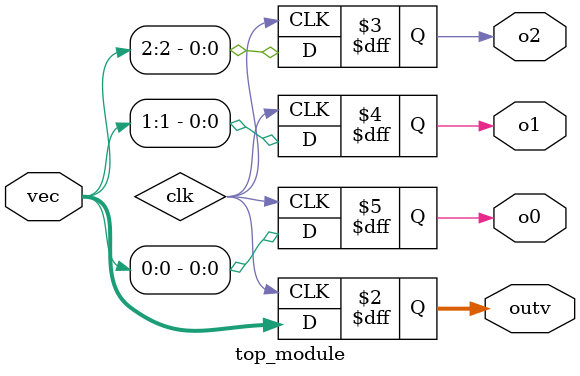
<source format=v>
module top_module ( 
    input wire [2:0] vec,
    output wire [2:0] outv,
    output wire o2,
    output wire o1,
    output wire o0  ); // Module body starts after module declaration

// Insert your code here

    always @(posedge clk) begin
        outv <= vec;
        o2 <= vec[2];
        o1 <= vec[1];
        o0 <= vec[0];
    end

endmodule
</source>
